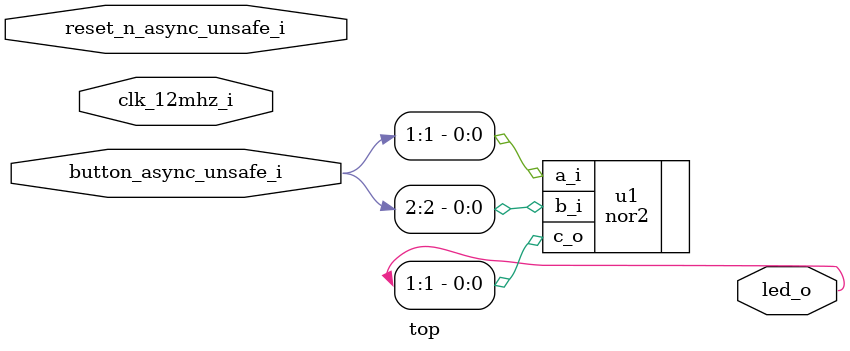
<source format=sv>
module top
  (input [0:0] clk_12mhz_i
  ,input [0:0] reset_n_async_unsafe_i
   // n: Negative Polarity (0 when pressed, 1 otherwise)
   // async: Not synchronized to clock
   // unsafe: Not De-Bounced
  ,input [3:1] button_async_unsafe_i
   // async: Not synchronized to clock
   // unsafe: Not De-Bounced
  ,output [5:1] led_o);

  // For this lab, instantiate your nor2 gate. Using two wires from
  // btn_async_unsafe_i, drive an output wire in led_o.
  //
  // Your code goes here:
  nor2 u1 (
    .a_i(button_async_unsafe_i[1]),
    .b_i(button_async_unsafe_i[2]),
    .c_o(led_o[1])
  );

endmodule

</source>
